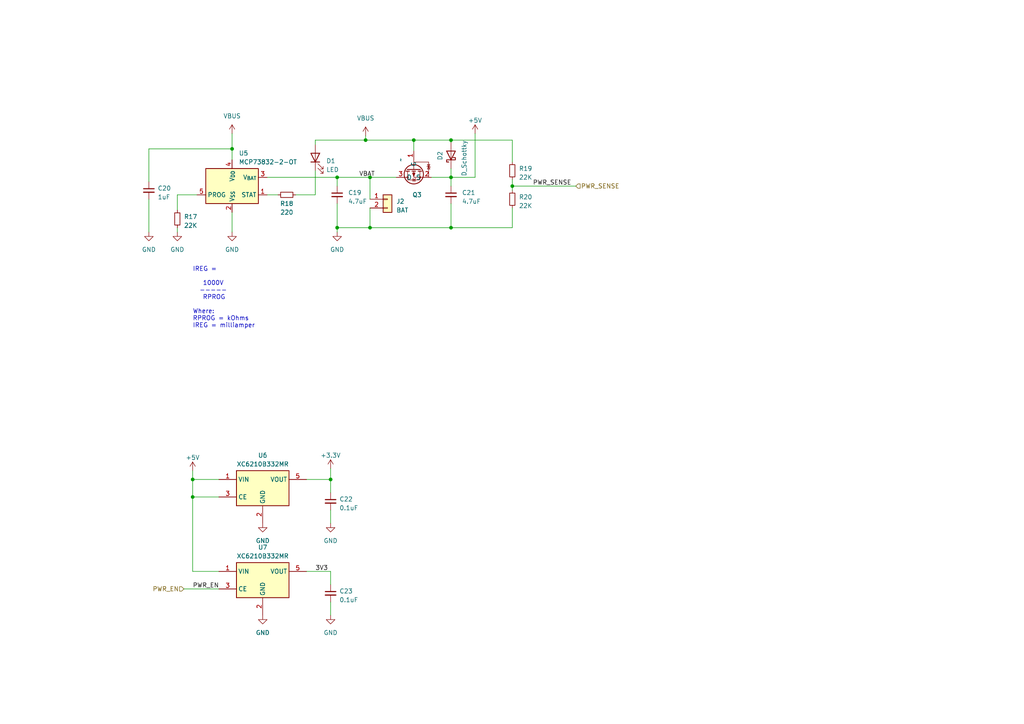
<source format=kicad_sch>
(kicad_sch (version 20230121) (generator eeschema)
  (paper "A4")
  (lib_symbols
    (symbol "Battery_Management:MCP73832-2-OT"
      (property "Reference" "U" (at -7.62 6.35 0))
      (property "Value" "MCP73832-2-OT" (at 1.27 6.35 0))
      (symbol "MCP73832-2-OT_0_1"
        (rectangle (start -7.62 5.08) (end 7.62 -5.08) (stroke (width 0.254)) (fill (type background)))
      )
      (symbol "MCP73832-2-OT_1_1"
        (pin output line (at 10.16 -2.54 180) (length 2.54) (name "STAT") (number "1"))
        (pin power_in line (at 0 -7.62 90) (length 2.54) (name "V_{SS}") (number "2"))
        (pin power_out line (at 10.16 2.54 180) (length 2.54) (name "V_{BAT}") (number "3"))
        (pin power_in line (at 0 7.62 270) (length 2.54) (name "V_{DD}") (number "4"))
        (pin input line (at -10.16 -2.54 0) (length 2.54) (name "PROG") (number "5"))
      )
    )
    (symbol "Connector_Generic:Conn_01x02" (pin_names (offset 1.016) hide)
      (property "Reference" "J" (at 0 2.54 0))
      (property "Value" "Conn_01x02" (at 0 -5.08 0))
      (symbol "Conn_01x02_1_1"
        (rectangle (start -1.27 -2.413) (end 0 -2.667) (stroke (width 0.1524)))
        (rectangle (start -1.27 0.127) (end 0 -0.127) (stroke (width 0.1524)))
        (rectangle (start -1.27 1.27) (end 1.27 -3.81) (stroke (width 0.254)) (fill (type background)))
        (pin passive line (at -5.08 0 0) (length 3.81) (name "Pin_1") (number "1"))
        (pin passive line (at -5.08 -2.54 0) (length 3.81) (name "Pin_2") (number "2"))
      )
    )
    (symbol "Device:C_Small" (pin_numbers hide) (pin_names (offset 0.254) hide)
      (property "Reference" "C" (at 0.254 1.778 0))
      (property "Value" "C_Small" (at 0.254 -2.032 0))
      (symbol "C_Small_0_1"
        (polyline (pts (xy -1.524 -0.508) (xy 1.524 -0.508)) (stroke (width 0.3302)))
        (polyline (pts (xy -1.524 0.508) (xy 1.524 0.508)) (stroke (width 0.3048)))
      )
      (symbol "C_Small_1_1"
        (pin passive line (at 0 2.54 270) (length 2.032) (name "~") (number "1"))
        (pin passive line (at 0 -2.54 90) (length 2.032) (name "~") (number "2"))
      )
    )
    (symbol "Device:D_Schottky" (pin_numbers hide) (pin_names (offset 1.016) hide)
      (property "Reference" "D" (at 0 2.54 0))
      (property "Value" "D_Schottky" (at 0 -2.54 0))
      (symbol "D_Schottky_0_1"
        (polyline (pts (xy 1.27 0) (xy -1.27 0)))
        (polyline (pts (xy 1.27 1.27) (xy 1.27 -1.27) (xy -1.27 0) (xy 1.27 1.27)) (stroke (width 0.254)))
        (polyline (pts (xy -1.905 0.635) (xy -1.905 1.27) (xy -1.27 1.27) (xy -1.27 -1.27) (xy -0.635 -1.27) (xy -0.635 -0.635)) (stroke (width 0.254)))
      )
      (symbol "D_Schottky_1_1"
        (pin passive line (at -3.81 0 0) (length 2.54) (name "K") (number "1"))
        (pin passive line (at 3.81 0 180) (length 2.54) (name "A") (number "2"))
      )
    )
    (symbol "Device:LED" (pin_numbers hide) (pin_names (offset 1.016) hide)
      (property "Reference" "D" (at 0 2.54 0))
      (property "Value" "LED" (at 0 -2.54 0))
      (symbol "LED_0_1"
        (polyline (pts (xy -1.27 -1.27) (xy -1.27 1.27)) (stroke (width 0.254)))
        (polyline (pts (xy -1.27 0) (xy 1.27 0)))
        (polyline (pts (xy 1.27 -1.27) (xy 1.27 1.27) (xy -1.27 0) (xy 1.27 -1.27)) (stroke (width 0.254)))
        (polyline (pts (xy -3.048 -0.762) (xy -4.572 -2.286) (xy -3.81 -2.286) (xy -4.572 -2.286) (xy -4.572 -1.524)))
        (polyline (pts (xy -1.778 -0.762) (xy -3.302 -2.286) (xy -2.54 -2.286) (xy -3.302 -2.286) (xy -3.302 -1.524)))
      )
      (symbol "LED_1_1"
        (pin passive line (at -3.81 0 0) (length 2.54) (name "K") (number "1"))
        (pin passive line (at 3.81 0 180) (length 2.54) (name "A") (number "2"))
      )
    )
    (symbol "Device:R_Small" (pin_numbers hide) (pin_names (offset 0.254) hide)
      (property "Reference" "R" (at 0.762 0.508 0))
      (property "Value" "R_Small" (at 0.762 -1.016 0))
      (symbol "R_Small_0_1"
        (rectangle (start -0.762 1.778) (end 0.762 -1.778) (stroke (width 0.2032)))
      )
      (symbol "R_Small_1_1"
        (pin passive line (at 0 2.54 270) (length 0.762) (name "~") (number "1"))
        (pin passive line (at 0 -2.54 90) (length 0.762) (name "~") (number "2"))
      )
    )
    (symbol "Project_Library:DMP1045U-7"
      (property "Reference" "Q" (at 0 3.81 0))
      (symbol "DMP1045U-7_0_1"
        (polyline (pts (xy 1.524 0) (xy -1.27 0)))
        (polyline (pts (xy 1.524 1.905) (xy 1.524 -1.905)) (stroke (width 0.254)))
        (polyline (pts (xy 2.032 -1.27) (xy 2.032 -2.286)) (stroke (width 0.254)))
        (polyline (pts (xy 2.032 0.508) (xy 2.032 -0.508)) (stroke (width 0.254)))
        (polyline (pts (xy 2.032 2.286) (xy 2.032 1.27)) (stroke (width 0.254)))
        (polyline (pts (xy 3.81 2.54) (xy 3.81 1.778)))
        (polyline (pts (xy 3.81 -2.54) (xy 3.81 0) (xy 2.032 0)))
        (polyline (pts (xy 0.635 -3.81) (xy 0.762 -3.937) (xy 0.762 -4.699) (xy 0.889 -4.826)))
        (polyline (pts (xy 0.7523 -4.3068) (xy 0.1173 -4.6878) (xy 0.1173 -3.9258) (xy 0.7523 -4.3068)))
        (polyline (pts (xy 0.762 -4.318) (xy 1.397 -3.937) (xy 1.397 -4.699) (xy 0.762 -4.318)))
        (polyline (pts (xy 2.032 1.778) (xy 4.572 1.778) (xy 4.572 -1.778) (xy 2.032 -1.778)))
        (polyline (pts (xy 3.556 0) (xy 2.54 0.381) (xy 2.54 -0.381) (xy 3.556 0)) (fill (type outline)))
        (polyline (pts (xy 3.7569 -4.3186) (xy 1.016 -4.318) (xy -0.6238 -4.3193) (xy -0.6238 -0.0962)))
        (polyline (pts (xy 4.064 -0.508) (xy 4.191 -0.381) (xy 4.953 -0.381) (xy 5.08 -0.254)))
        (polyline (pts (xy 4.572 -0.381) (xy 4.191 0.254) (xy 4.953 0.254) (xy 4.572 -0.381)))
        (circle (center 2.921 0) (radius 2.794) (stroke (width 0.254)))
        (circle (center 3.81 -1.778) (radius 0.254) (fill (type outline)))
        (circle (center 3.81 1.778) (radius 0.254) (fill (type outline)))
      )
      (symbol "DMP1045U-7_1_1"
        (pin passive line (at -3.81 0 0) (length 2.54) (name "G") (number "1"))
        (pin passive line (at 3.81 -5.08 90) (length 2.54) (name "S") (number "2"))
        (pin passive line (at 3.81 5.08 270) (length 2.54) (name "D") (number "3"))
      )
    )
    (symbol "Regulator_Linear:XC6210B332MR"
      (property "Reference" "U" (at 0 8.89 0))
      (property "Value" "XC6210B332MR" (at 0 6.35 0))
      (symbol "XC6210B332MR_0_1"
        (rectangle (start -7.62 5.08) (end 7.62 -5.08) (stroke (width 0.254)) (fill (type background)))
      )
      (symbol "XC6210B332MR_1_1"
        (pin power_in line (at -12.7 2.54 0) (length 5.08) (name "VIN") (number "1"))
        (pin power_in line (at 0 -10.16 90) (length 5.08) (name "GND") (number "2"))
        (pin input line (at -12.7 -2.54 0) (length 5.08) (name "CE") (number "3"))
        (pin no_connect line (at 7.62 -2.54 180) (length 5.08) hide (name "NC") (number "4"))
        (pin power_out line (at 12.7 2.54 180) (length 5.08) (name "VOUT") (number "5"))
      )
    )
    (symbol "power:+3.3V" (power) (pin_names (offset 0))
      (property "Value" "+3.3V" (at 0 3.556 0))
      (symbol "+3.3V_0_1"
        (polyline (pts (xy -0.762 1.27) (xy 0 2.54)))
        (polyline (pts (xy 0 0) (xy 0 2.54)))
        (polyline (pts (xy 0 2.54) (xy 0.762 1.27)))
      )
      (symbol "+3.3V_1_1"
        (pin power_in line (at 0 0 90) (length 0) hide (name "+3.3V") (number "1"))
      )
    )
    (symbol "power:+5V" (power) (pin_names (offset 0))
      (property "Value" "+5V" (at 0 3.556 0))
      (symbol "+5V_0_1"
        (polyline (pts (xy -0.762 1.27) (xy 0 2.54)))
        (polyline (pts (xy 0 0) (xy 0 2.54)))
        (polyline (pts (xy 0 2.54) (xy 0.762 1.27)))
      )
      (symbol "+5V_1_1"
        (pin power_in line (at 0 0 90) (length 0) hide (name "+5V") (number "1"))
      )
    )
    (symbol "power:GND" (power) (pin_names (offset 0))
      (property "Value" "GND" (at 0 -3.81 0))
      (symbol "GND_0_1"
        (polyline (pts (xy 0 0) (xy 0 -1.27) (xy 1.27 -1.27) (xy 0 -2.54) (xy -1.27 -1.27) (xy 0 -1.27)))
      )
      (symbol "GND_1_1"
        (pin power_in line (at 0 0 270) (length 0) hide (name "GND") (number "1"))
      )
    )
    (symbol "power:VBUS" (power) (pin_names (offset 0))
      (property "Value" "VBUS" (at 0 3.81 0))
      (symbol "VBUS_0_1"
        (polyline (pts (xy -0.762 1.27) (xy 0 2.54)))
        (polyline (pts (xy 0 0) (xy 0 2.54)))
        (polyline (pts (xy 0 2.54) (xy 0.762 1.27)))
      )
      (symbol "VBUS_1_1"
        (pin power_in line (at 0 0 90) (length 0) hide (name "VBUS") (number "1"))
      )
    )
  )
  (junction (at 120.015 40.64))
  (junction (at 148.59 53.975))
  (junction (at 107.315 51.435))
  (junction (at 130.81 51.435))
  (junction (at 130.81 66.04))
  (junction (at 107.315 66.04))
  (junction (at 67.31 43.18))
  (junction (at 95.885 139.065))
  (junction (at 55.88 144.145))
  (junction (at 97.79 51.435))
  (junction (at 97.79 66.04))
  (junction (at 130.81 40.64))
  (junction (at 55.88 139.065))
  (junction (at 106.045 40.64))
  (wire (pts (xy 77.47 56.515) (xy 80.645 56.515)))
  (wire (pts (xy 97.79 51.435) (xy 97.79 53.975)))
  (wire (pts (xy 107.315 66.04) (xy 130.81 66.04)))
  (wire (pts (xy 43.18 57.785) (xy 43.18 67.31)))
  (wire (pts (xy 130.81 48.895) (xy 130.81 51.435)))
  (wire (pts (xy 55.88 139.065) (xy 55.88 136.525)))
  (wire (pts (xy 63.5 139.065) (xy 55.88 139.065)))
  (wire (pts (xy 55.88 165.735) (xy 55.88 144.145)))
  (wire (pts (xy 130.81 41.275) (xy 130.81 40.64)))
  (wire (pts (xy 91.44 56.515) (xy 85.725 56.515)))
  (wire (pts (xy 130.81 40.64) (xy 120.015 40.64)))
  (wire (pts (xy 130.81 51.435) (xy 125.095 51.435)))
  (wire (pts (xy 95.885 135.89) (xy 95.885 139.065)))
  (wire (pts (xy 95.885 139.065) (xy 88.9 139.065)))
  (wire (pts (xy 107.315 51.435) (xy 114.935 51.435)))
  (wire (pts (xy 67.31 43.18) (xy 67.31 46.355)))
  (wire (pts (xy 77.47 51.435) (xy 97.79 51.435)))
  (wire (pts (xy 120.015 40.64) (xy 106.045 40.64)))
  (wire (pts (xy 53.34 170.815) (xy 63.5 170.815)))
  (wire (pts (xy 130.81 59.055) (xy 130.81 66.04)))
  (wire (pts (xy 148.59 66.04) (xy 130.81 66.04)))
  (wire (pts (xy 148.59 53.975) (xy 167.005 53.975)))
  (wire (pts (xy 55.88 144.145) (xy 63.5 144.145)))
  (wire (pts (xy 95.885 174.625) (xy 95.885 178.435)))
  (wire (pts (xy 107.315 51.435) (xy 107.315 57.785)))
  (wire (pts (xy 67.31 38.735) (xy 67.31 43.18)))
  (wire (pts (xy 148.59 40.64) (xy 148.59 46.99)))
  (wire (pts (xy 95.885 147.955) (xy 95.885 151.765)))
  (wire (pts (xy 137.795 38.735) (xy 137.795 51.435)))
  (wire (pts (xy 55.88 144.145) (xy 55.88 139.065)))
  (wire (pts (xy 91.44 40.64) (xy 106.045 40.64)))
  (wire (pts (xy 148.59 53.975) (xy 148.59 55.245)))
  (wire (pts (xy 120.015 43.815) (xy 120.015 40.64)))
  (wire (pts (xy 130.81 51.435) (xy 130.81 53.975)))
  (wire (pts (xy 148.59 60.325) (xy 148.59 66.04)))
  (wire (pts (xy 97.79 51.435) (xy 107.315 51.435)))
  (wire (pts (xy 67.31 43.18) (xy 43.18 43.18)))
  (wire (pts (xy 63.5 165.735) (xy 55.88 165.735)))
  (wire (pts (xy 51.435 66.04) (xy 51.435 67.31)))
  (wire (pts (xy 106.045 39.37) (xy 106.045 40.64)))
  (wire (pts (xy 130.81 40.64) (xy 148.59 40.64)))
  (wire (pts (xy 51.435 56.515) (xy 51.435 60.96)))
  (wire (pts (xy 67.31 61.595) (xy 67.31 67.31)))
  (wire (pts (xy 43.18 43.18) (xy 43.18 52.705)))
  (wire (pts (xy 130.81 51.435) (xy 137.795 51.435)))
  (wire (pts (xy 88.9 165.735) (xy 95.885 165.735)))
  (wire (pts (xy 57.15 56.515) (xy 51.435 56.515)))
  (wire (pts (xy 97.79 66.04) (xy 107.315 66.04)))
  (wire (pts (xy 148.59 52.07) (xy 148.59 53.975)))
  (wire (pts (xy 107.315 60.325) (xy 107.315 66.04)))
  (wire (pts (xy 95.885 165.735) (xy 95.885 169.545)))
  (wire (pts (xy 97.79 59.055) (xy 97.79 66.04)))
  (wire (pts (xy 95.885 139.065) (xy 95.885 142.875)))
  (wire (pts (xy 91.44 40.64) (xy 91.44 41.91)))
  (wire (pts (xy 97.79 66.04) (xy 97.79 67.31)))
  (wire (pts (xy 91.44 49.53) (xy 91.44 56.515)))
  (text "IREG = \n\n   1000V\n  -----\n   RPROG\n\nWhere:\nRPROG = kOhms\nIREG = milliamper" (at 55.88 95.25 0) (effects (font (size 1.27 1.27)) (justify left bottom)))
  (label "PWR_EN" (at 55.88 170.815 0))
  (label "VBAT" (at 104.14 51.435 0))
  (label "3V3" (at 91.44 165.735 0))
  (label "PWR_SENSE" (at 165.735 53.975 180))
  (hierarchical_label "PWR_SENSE" (shape input) (at 167.005 53.975 0))
  (hierarchical_label "PWR_EN" (shape input) (at 53.34 170.815 180))
  (symbol (lib_id "power:GND") (at 97.79 67.31 0) (unit 1)
    (property "Reference" "#PWR027" (effects hide))
    (property "Value" "GND" (at 97.79 72.39 0))
  )
  (symbol (lib_id "power:+5V") (at 55.88 136.525 0) (unit 1)
    (property "Reference" "#PWR030" (effects hide))
    (property "Value" "+5V" (at 55.88 132.715 0))
  )
  (symbol (lib_id "Device:R_Small") (at 148.59 57.785 0) (unit 1)
    (property "Reference" "R20" (at 150.495 57.15 0) (effects (justify left)))
    (property "Value" "22K" (at 150.495 59.69 0) (effects (justify left)))
  )
  (symbol (lib_id "power:+3.3V") (at 95.885 135.89 0) (unit 1)
    (property "Reference" "#PWR033" (effects hide))
    (property "Value" "+3.3V" (at 95.885 132.08 0))
  )
  (symbol (lib_id "Connector_Generic:Conn_01x02") (at 112.395 57.785 0) (unit 1)
    (property "Reference" "J2" (at 114.935 58.42 0) (effects (justify left)))
    (property "Value" "BAT" (at 114.935 60.96 0) (effects (justify left)))
  )
  (symbol (lib_id "power:GND") (at 76.2 151.765 0) (unit 1)
    (property "Reference" "#PWR031" (effects hide))
    (property "Value" "GND" (at 76.2 156.845 0))
  )
  (symbol (lib_id "power:GND") (at 95.885 151.765 0) (unit 1)
    (property "Reference" "#PWR034" (effects hide))
    (property "Value" "GND" (at 95.885 156.845 0))
  )
  (symbol (lib_id "Device:D_Schottky") (at 130.81 45.085 90) (unit 1)
    (property "Reference" "D2" (at 127.635 43.815 0) (effects (justify right)))
    (property "Value" "D_Schottky" (at 134.62 40.64 0) (effects (justify right)))
  )
  (symbol (lib_id "Device:C_Small") (at 43.18 55.245 0) (unit 1)
    (property "Reference" "C20" (at 45.72 54.6163 0) (effects (justify left)))
    (property "Value" "1uF" (at 45.72 57.1563 0) (effects (justify left)))
  )
  (symbol (lib_id "Device:LED") (at 91.44 45.72 90) (unit 1)
    (property "Reference" "D1" (at 94.615 46.6725 90) (effects (justify right)))
    (property "Value" "LED" (at 94.615 49.2125 90) (effects (justify right)))
  )
  (symbol (lib_id "Device:C_Small") (at 95.885 172.085 0) (unit 1)
    (property "Reference" "C23" (at 98.425 171.4563 0) (effects (justify left)))
    (property "Value" "0.1uF" (at 98.425 173.9963 0) (effects (justify left)))
  )
  (symbol (lib_id "power:GND") (at 51.435 67.31 0) (unit 1)
    (property "Reference" "#PWR025" (effects hide))
    (property "Value" "GND" (at 51.435 72.39 0))
  )
  (symbol (lib_id "power:VBUS") (at 67.31 38.735 0) (unit 1)
    (property "Reference" "#PWR?" (effects hide))
    (property "Value" "VBUS" (at 67.31 33.655 0))
    (instances (project "BEEWATCH" (path "" (reference "#PWR?") (unit 1)) (path "" (reference "#PWR02") (unit 1)) (path "" (reference "#PWR024") (unit 1))))
  )
  (symbol (lib_id "power:+5V") (at 137.795 38.735 0) (unit 1)
    (property "Reference" "#PWR029" (effects hide))
    (property "Value" "+5V" (at 137.795 34.925 0))
  )
  (symbol (lib_id "Device:C_Small") (at 97.79 56.515 0) (unit 1)
    (property "Reference" "C19" (at 100.965 55.8863 0) (effects (justify left)))
    (property "Value" "4.7uF" (at 100.965 58.4263 0) (effects (justify left)))
  )
  (symbol (lib_id "Device:C_Small") (at 95.885 145.415 0) (unit 1)
    (property "Reference" "C22" (at 98.425 144.7863 0) (effects (justify left)))
    (property "Value" "0.1uF" (at 98.425 147.3263 0) (effects (justify left)))
  )
  (symbol (lib_id "Device:R_Small") (at 51.435 63.5 0) (unit 1)
    (property "Reference" "R17" (at 53.34 62.865 0) (effects (justify left)))
    (property "Value" "22K" (at 53.34 65.405 0) (effects (justify left)))
  )
  (symbol (lib_id "Device:R_Small") (at 83.185 56.515 90) (unit 1)
    (property "Reference" "R18" (at 83.185 59.055 90))
    (property "Value" "220" (at 83.185 61.595 90))
  )
  (symbol (lib_id "Project_Library:DMP1045U-7") (at 120.015 47.625 90) (mirror x) (unit 1)
    (property "Reference" "Q3" (at 120.9675 56.515 90))
    (property "Value" "~" (at 116.205 46.355 0))
    (property "Footprint" "Package_TO_SOT_SMD:SOT-23-3" (effects hide))
  )
  (symbol (lib_id "Device:R_Small") (at 148.59 49.53 0) (unit 1)
    (property "Reference" "R19" (at 150.495 48.895 0) (effects (justify left)))
    (property "Value" "22K" (at 150.495 51.435 0) (effects (justify left)))
  )
  (symbol (lib_id "Battery_Management:MCP73832-2-OT") (at 67.31 53.975 0) (unit 1)
    (property "Reference" "U5" (at 69.2659 44.45 0) (effects (justify left)))
    (property "Value" "MCP73832-2-OT" (at 69.2659 46.99 0) (effects (justify left)))
    (property "Footprint" "Package_TO_SOT_SMD:SOT-23-5" (effects hide))
    (property "Datasheet" "http://ww1.microchip.com/downloads/en/DeviceDoc/20001984g.pdf" (effects hide))
  )
  (symbol (lib_id "Regulator_Linear:XC6210B332MR") (at 76.2 141.605 0) (unit 1)
    (property "Reference" "U6" (at 76.2 132.08 0))
    (property "Value" "XC6210B332MR" (at 76.2 134.62 0))
    (property "Footprint" "Package_TO_SOT_SMD:SOT-23-5" (effects hide))
    (property "Datasheet" "https://www.torexsemi.com/file/xc6210/XC6210.pdf" (effects hide))
  )
  (symbol (lib_id "power:GND") (at 76.2 178.435 0) (unit 1)
    (property "Reference" "#PWR032" (effects hide))
    (property "Value" "GND" (at 76.2 183.515 0))
  )
  (symbol (lib_id "power:GND") (at 43.18 67.31 0) (unit 1)
    (property "Reference" "#PWR026" (effects hide))
    (property "Value" "GND" (at 43.18 72.39 0))
  )
  (symbol (lib_id "Device:C_Small") (at 130.81 56.515 0) (unit 1)
    (property "Reference" "C21" (at 133.985 55.8863 0) (effects (justify left)))
    (property "Value" "4.7uF" (at 133.985 58.4263 0) (effects (justify left)))
  )
  (symbol (lib_id "power:GND") (at 67.31 67.31 0) (unit 1)
    (property "Reference" "#PWR023" (effects hide))
    (property "Value" "GND" (at 67.31 72.39 0))
  )
  (symbol (lib_id "Regulator_Linear:XC6210B332MR") (at 76.2 168.275 0) (unit 1)
    (property "Reference" "U7" (at 76.2 158.75 0))
    (property "Value" "XC6210B332MR" (at 76.2 161.29 0))
    (property "Footprint" "Package_TO_SOT_SMD:SOT-23-5" (effects hide))
    (property "Datasheet" "https://www.torexsemi.com/file/xc6210/XC6210.pdf" (effects hide))
  )
  (symbol (lib_id "power:GND") (at 95.885 178.435 0) (unit 1)
    (property "Reference" "#PWR035" (effects hide))
    (property "Value" "GND" (at 95.885 183.515 0))
  )
  (symbol (lib_id "power:VBUS") (at 106.045 39.37 0) (unit 1)
    (property "Reference" "#PWR?" (effects hide))
    (property "Value" "VBUS" (at 106.045 34.29 0))
    (instances (project "BEEWATCH" (path "" (reference "#PWR?") (unit 1)) (path "" (reference "#PWR02") (unit 1)) (path "" (reference "#PWR028") (unit 1))))
  )
)
</source>
